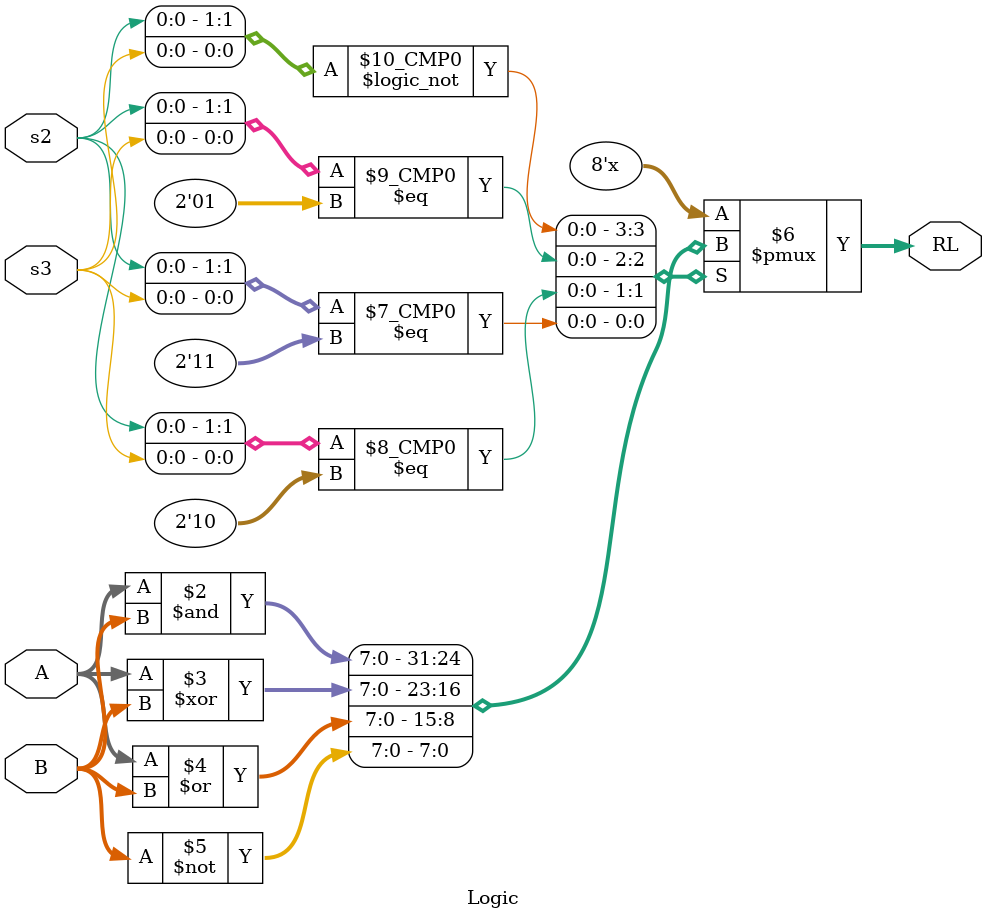
<source format=v>
module Logic #(parameter N = 8)(
				input wire signed [N-1:0] A,
				input wire signed [N-1:0] B,
				input wire s2, 
				input wire s3,
				output reg signed [N-1:0] RL
				);
				
	localparam AND = 2'b00, XOR = 2'b01, OR = 2'b10, ONE_S = 2'b11;
	
	always@(*)
	begin
		case({s2,s3})
			AND: begin
				RL = A & B;
			end
			XOR: begin
				RL = A ^ B;
			end
			OR: begin
				RL = A | B;
			end
			ONE_S: begin 
				RL = ~B;
			end
		endcase
	end
endmodule
	
</source>
